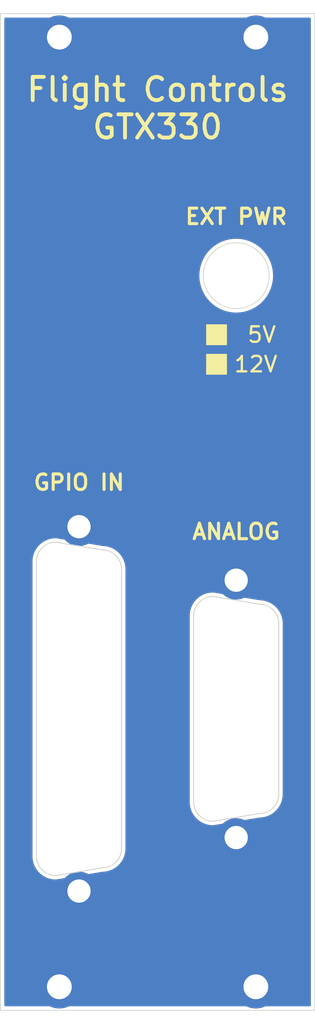
<source format=kicad_pcb>
(kicad_pcb (version 20211014) (generator pcbnew)
  (title_block (title "Front Panel") (date "2023-01-21") (rev "A") (company "https://github.com/peterheinrich/DA20-C1-ProcedureTrainer ") (comment 1 "Open Hardware") (comment 2 "License: CERN-OHL-P") (comment 3 "© 2023 by Peter Heinrich") (comment 4 "DA20 Hardware Cockpit Simulator Project"))
  (layers (0 "F.Cu" signal) (31 "B.Cu" signal) (34 "B.Paste" user) (35 "F.Paste" user) (36 "B.SilkS" user "B.Silkscreen") (37 "F.SilkS" user "F.Silkscreen") (38 "B.Mask" user) (39 "F.Mask" user) (44 "Edge.Cuts" user))
  (net 0 "")
  (net 1 "GNDPWR")
  (footprint "MountingHole:MountingHole_3.2mm_M3_DIN965_Pad" (layer "F.Cu") (at 88.9 40.35)
    (fp_text reference "H3" hide)
    (fp_text value "MountingHole_Pad" hide)
    (pad "1" thru_hole circle (at 0 0) (size 5.6 5.6) (drill 3.2) (layers *.Cu *.Mask) (net 1 "GNDPWR"))
  )
  (footprint "MountingHole:MountingHole_3.2mm_M3_DIN965_Pad" (layer "F.Cu") (at 63.5 40.35)
    (fp_text reference "H2" hide)
    (fp_text value "MountingHole_Pad" hide)
    (pad "1" thru_hole circle (at 0 0) (size 5.6 5.6) (drill 3.2) (layers *.Cu *.Mask) (net 1 "GNDPWR"))
  )
  (footprint "dsub_cutouts:DSUB-25_Cutout_MountingHoles" (layer "F.Cu") (at 66.04 127 90)
    (fp_text reference "J2" hide)
    (fp_text value "DB_Empty_MountingHoles" hide)
    (fp_line (start -18 5.5) (end 18 5.5) (layer "Edge.Cuts") (width 0.12))
    (fp_line (start 21.5 -3) (end 20.5 3) (layer "Edge.Cuts") (width 0.12))
    (fp_line (start 19 -5.5) (end -19 -5.5) (layer "Edge.Cuts") (width 0.12))
    (fp_line (start -21.5 -3) (end -20.5 3) (layer "Edge.Cuts") (width 0.12))
    (fp_arc (start 20.5 3) (mid 19.767767 4.767767) (end 18 5.5) (layer "Edge.Cuts") (width 0.12))
    (fp_arc (start 19 -5.5) (mid 20.767767 -4.767767) (end 21.5 -3) (layer "Edge.Cuts") (width 0.12))
    (fp_arc (start -18 5.5) (mid -19.767767 4.767767) (end -20.5 3) (layer "Edge.Cuts") (width 0.12))
    (fp_arc (start -21.5 -3) (mid -20.767767 -4.767767) (end -19 -5.5) (layer "Edge.Cuts") (width 0.12))
    (pad "0" thru_hole circle (at -23.5 0 90) (size 5 5) (drill 3) (layers *.Cu *.Mask) (net 1 "GNDPWR"))
    (pad "0" thru_hole circle (at 23.5 0 90) (size 5 5) (drill 3) (layers *.Cu *.Mask) (net 1 "GNDPWR"))
  )
  (footprint "MountingHole:MountingHole_3.2mm_M3_DIN965_Pad" (layer "F.Cu") (at 88.9 162.85)
    (fp_text reference "H4" hide)
    (fp_text value "MountingHole_Pad" hide)
    (pad "1" thru_hole circle (at 0 0) (size 5.6 5.6) (drill 3.2) (layers *.Cu *.Mask) (net 1 "GNDPWR"))
  )
  (footprint "dsub_cutouts:DSUB-15_Cutout_MountingHoles" (layer "F.Cu") (at 86.36 127 90)
    (fp_text reference "J1" hide)
    (fp_text value "DB_Empty_MountingHoles" hide)
    (fp_line (start 14.5 -3) (end 13.5 3) (layer "Edge.Cuts") (width 0.12))
    (fp_line (start -11 5.5) (end 11 5.5) (layer "Edge.Cuts") (width 0.12))
    (fp_line (start -12 -5.5) (end 12 -5.5) (layer "Edge.Cuts") (width 0.12))
    (fp_line (start -14.5 -3) (end -13.5 3) (layer "Edge.Cuts") (width 0.12))
    (fp_arc (start -11 5.5) (mid -12.767767 4.767767) (end -13.5 3) (layer "Edge.Cuts") (width 0.12))
    (fp_arc (start -14.5 -3) (mid -13.767767 -4.767767) (end -12 -5.5) (layer "Edge.Cuts") (width 0.12))
    (fp_arc (start 12 -5.5) (mid 13.767767 -4.767767) (end 14.5 -3) (layer "Edge.Cuts") (width 0.12))
    (fp_arc (start 13.5 3) (mid 12.767767 4.767767) (end 11 5.5) (layer "Edge.Cuts") (width 0.12))
    (pad "0" thru_hole circle (at -16.6 0 90) (size 5 5) (drill 3) (layers *.Cu *.Mask) (net 1 "GNDPWR"))
    (pad "0" thru_hole circle (at 16.6 0 90) (size 5 5) (drill 3) (layers *.Cu *.Mask) (net 1 "GNDPWR"))
  )
  (footprint "MountingHole:MountingHole_3.2mm_M3_DIN965_Pad" (layer "F.Cu") (at 63.5 162.85)
    (fp_text reference "H1" hide)
    (fp_text value "MountingHole_Pad" hide)
    (pad "1" thru_hole circle (at 0 0) (size 5.6 5.6) (drill 3.2) (layers *.Cu *.Mask) (net 1 "GNDPWR"))
  )
  (gr_rect (start 82.55 81.28) (end 85.09 83.82) (layer "F.SilkS") (width 0.15) (fill solid))
  (gr_rect (start 82.55 77.47) (end 85.09 80.01) (layer "F.SilkS") (width 0.15) (fill solid))
  (gr_circle (center 86.36 71.12) (end 90.61 71.12) (layer "Edge.Cuts") (width 0.1) (fill none))
  (gr_rect (start 55.88 37.325) (end 96.52 165.875) (layer "Edge.Cuts") (width 0.1) (fill none))
  (gr_text "ANALOG" (at 86.36 104.14) (layer "F.SilkS") (effects (font (size 2 2) (thickness 0.4))))
  (gr_text "12V" (at 88.9 82.55) (layer "F.SilkS") (effects (font (size 2 2) (thickness 0.3))))
  (gr_text "Flight Controls\nGTX330" (at 76.2 49.53) (layer "F.SilkS") (effects (font (size 3 3) (thickness 0.5))))
  (gr_text "GPIO IN" (at 66.04 97.79) (layer "F.SilkS") (effects (font (size 2 2) (thickness 0.4))))
  (gr_text "EXT PWR" (at 86.36 63.5) (layer "F.SilkS") (effects (font (size 2 2) (thickness 0.4))))
  (gr_text " 5V" (at 88.9 78.74) (layer "F.SilkS") (effects (font (size 2 2) (thickness 0.3))))
  (zone (net 1) (net_name "GNDPWR") (layers F&B.Cu) (connect_pads yes (clearance 0.508)) (min_thickness 0.254) (fill yes (thermal_gap 0.508) (thermal_bridge_width 0.508))
    (polygon (pts (xy 96.52 167.64) (xy 55.88 167.64) (xy 55.88 35.56) (xy 96.52 35.56)))
  )
)
</source>
